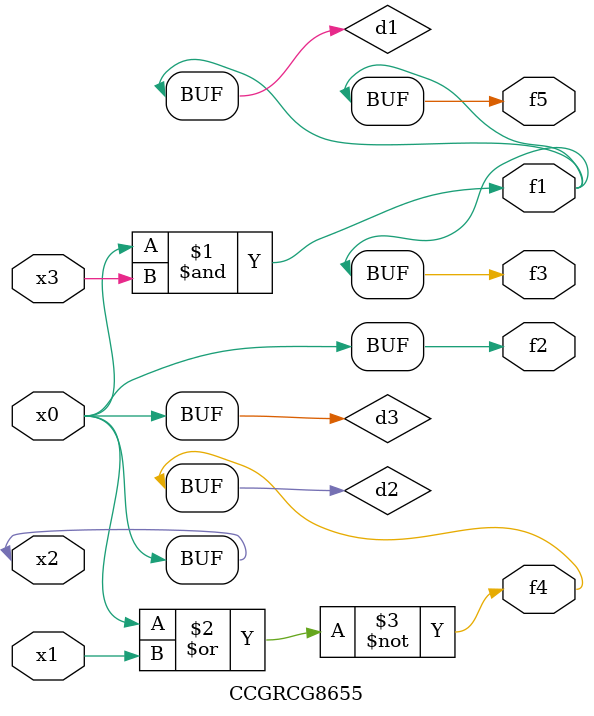
<source format=v>
module CCGRCG8655(
	input x0, x1, x2, x3,
	output f1, f2, f3, f4, f5
);

	wire d1, d2, d3;

	and (d1, x2, x3);
	nor (d2, x0, x1);
	buf (d3, x0, x2);
	assign f1 = d1;
	assign f2 = d3;
	assign f3 = d1;
	assign f4 = d2;
	assign f5 = d1;
endmodule

</source>
